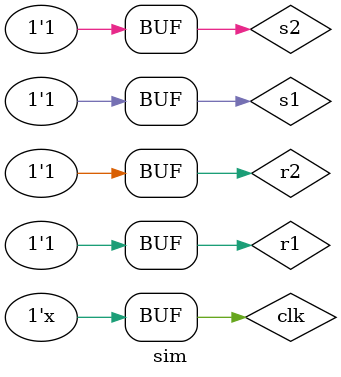
<source format=v>
`timescale 1ns / 1ps


module sim;
reg clk,r1,r2,s1,s2;
wire y1,y2,y3,y4;
parameter DELAY=1;
beat u5(clk,r1,r2,s1,s2,y1,y2,y3,y4);
initial
begin
clk=0;r1=1;s1=0;r2=0;s2=1;
end
always #(DELAY)r1=1;
always #(DELAY)r2=1;
always #(DELAY)s1=1;
always #(DELAY)s2=1;
always #(DELAY<<1)clk=~clk;
endmodule

</source>
